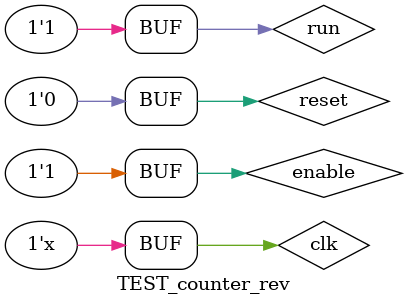
<source format=v>
`timescale 1ns / 1ps

module TEST_counter_rev(
    );

    reg enable;
    reg reset;
    reg clk;
    reg run;
    wire [1:0]count;

    counter_rev UUT(
    	.reset(reset),
    	.clk(clk),
    	.enable(enable),
    	.run(run),
    	.count(count)
    	);

   always begin
        #1
        clk = ~clk;
    end

    initial begin
        enable = 0;
        reset = 0;
        clk = 0;

        #5
        reset = 1;

        #10
        reset = 0;
        enable = 1;
        run = 1;

    end
endmodule
</source>
